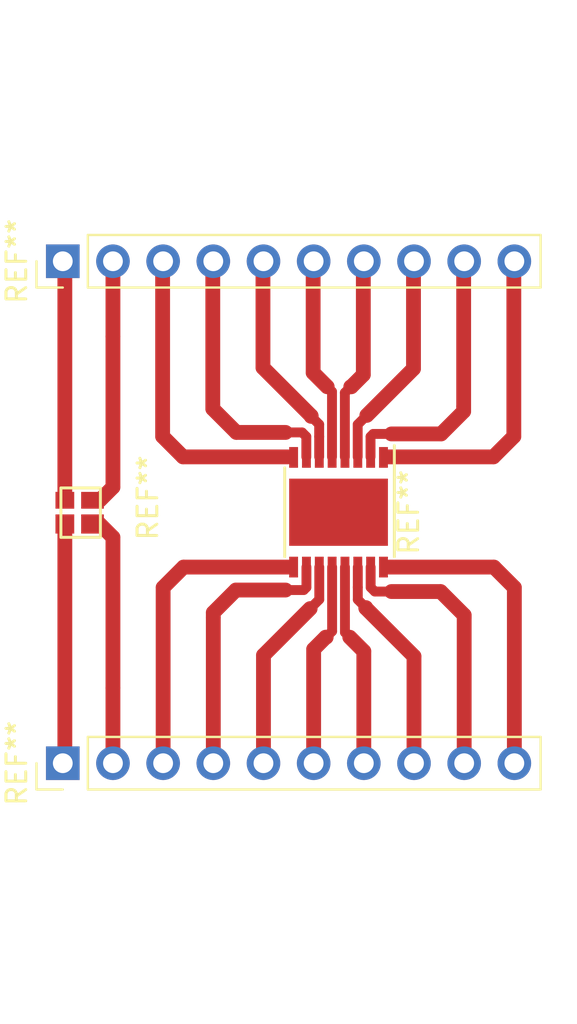
<source format=kicad_pcb>
(kicad_pcb (version 20171130) (host pcbnew "(5.1.5-0-10_14)")

  (general
    (thickness 1.6)
    (drawings 0)
    (tracks 94)
    (zones 0)
    (modules 4)
    (nets 1)
  )

  (page A4)
  (layers
    (0 F.Cu signal)
    (31 B.Cu signal)
    (32 B.Adhes user)
    (33 F.Adhes user)
    (34 B.Paste user)
    (35 F.Paste user)
    (36 B.SilkS user)
    (37 F.SilkS user)
    (38 B.Mask user)
    (39 F.Mask user)
    (40 Dwgs.User user)
    (41 Cmts.User user)
    (42 Eco1.User user)
    (43 Eco2.User user)
    (44 Edge.Cuts user)
    (45 Margin user)
    (46 B.CrtYd user)
    (47 F.CrtYd user)
    (48 B.Fab user)
    (49 F.Fab user)
  )

  (setup
    (last_trace_width 0.75)
    (user_trace_width 0.3)
    (user_trace_width 0.4)
    (user_trace_width 0.5)
    (user_trace_width 0.75)
    (user_trace_width 1)
    (trace_clearance 0.2)
    (zone_clearance 0.508)
    (zone_45_only no)
    (trace_min 0.2)
    (via_size 0.8)
    (via_drill 0.4)
    (via_min_size 0.4)
    (via_min_drill 0.3)
    (uvia_size 0.3)
    (uvia_drill 0.1)
    (uvias_allowed no)
    (uvia_min_size 0.2)
    (uvia_min_drill 0.1)
    (edge_width 0.05)
    (segment_width 0.2)
    (pcb_text_width 0.3)
    (pcb_text_size 1.5 1.5)
    (mod_edge_width 0.12)
    (mod_text_size 1 1)
    (mod_text_width 0.15)
    (pad_size 1.524 1.524)
    (pad_drill 0.762)
    (pad_to_mask_clearance 0.051)
    (solder_mask_min_width 0.25)
    (aux_axis_origin 0 0)
    (visible_elements FFFFFF7F)
    (pcbplotparams
      (layerselection 0x01000_7fffffff)
      (usegerberextensions false)
      (usegerberattributes false)
      (usegerberadvancedattributes false)
      (creategerberjobfile false)
      (excludeedgelayer true)
      (linewidth 0.100000)
      (plotframeref false)
      (viasonmask false)
      (mode 1)
      (useauxorigin false)
      (hpglpennumber 1)
      (hpglpenspeed 20)
      (hpglpendiameter 15.000000)
      (psnegative false)
      (psa4output false)
      (plotreference true)
      (plotvalue true)
      (plotinvisibletext false)
      (padsonsilk false)
      (subtractmaskfromsilk false)
      (outputformat 5)
      (mirror false)
      (drillshape 0)
      (scaleselection 1)
      (outputdirectory "../../../../../../Desktop/"))
  )

  (net 0 "")

  (net_class Default "This is the default net class."
    (clearance 0.2)
    (trace_width 0.25)
    (via_dia 0.8)
    (via_drill 0.4)
    (uvia_dia 0.3)
    (uvia_drill 0.1)
  )

  (module Connector_PinHeader_2.54mm:PinHeader_1x10_P2.54mm_Vertical (layer F.Cu) (tedit 59FED5CC) (tstamp 5E1BC435)
    (at 146.685 76.2 90)
    (descr "Through hole straight pin header, 1x10, 2.54mm pitch, single row")
    (tags "Through hole pin header THT 1x10 2.54mm single row")
    (fp_text reference REF** (at 0 -2.33 90) (layer F.SilkS)
      (effects (font (size 1 1) (thickness 0.15)))
    )
    (fp_text value PinHeader_1x10_P2.54mm_Vertical (at 0 25.19 90) (layer F.Fab)
      (effects (font (size 1 1) (thickness 0.15)))
    )
    (fp_line (start -0.635 -1.27) (end 1.27 -1.27) (layer F.Fab) (width 0.1))
    (fp_line (start 1.27 -1.27) (end 1.27 24.13) (layer F.Fab) (width 0.1))
    (fp_line (start 1.27 24.13) (end -1.27 24.13) (layer F.Fab) (width 0.1))
    (fp_line (start -1.27 24.13) (end -1.27 -0.635) (layer F.Fab) (width 0.1))
    (fp_line (start -1.27 -0.635) (end -0.635 -1.27) (layer F.Fab) (width 0.1))
    (fp_line (start -1.33 24.19) (end 1.33 24.19) (layer F.SilkS) (width 0.12))
    (fp_line (start -1.33 1.27) (end -1.33 24.19) (layer F.SilkS) (width 0.12))
    (fp_line (start 1.33 1.27) (end 1.33 24.19) (layer F.SilkS) (width 0.12))
    (fp_line (start -1.33 1.27) (end 1.33 1.27) (layer F.SilkS) (width 0.12))
    (fp_line (start -1.33 0) (end -1.33 -1.33) (layer F.SilkS) (width 0.12))
    (fp_line (start -1.33 -1.33) (end 0 -1.33) (layer F.SilkS) (width 0.12))
    (fp_line (start -1.8 -1.8) (end -1.8 24.65) (layer F.CrtYd) (width 0.05))
    (fp_line (start -1.8 24.65) (end 1.8 24.65) (layer F.CrtYd) (width 0.05))
    (fp_line (start 1.8 24.65) (end 1.8 -1.8) (layer F.CrtYd) (width 0.05))
    (fp_line (start 1.8 -1.8) (end -1.8 -1.8) (layer F.CrtYd) (width 0.05))
    (fp_text user %R (at 0 11.43) (layer F.Fab)
      (effects (font (size 1 1) (thickness 0.15)))
    )
    (pad 1 thru_hole rect (at 0 0 90) (size 1.7 1.7) (drill 1) (layers *.Cu *.Mask))
    (pad 2 thru_hole oval (at 0 2.54 90) (size 1.7 1.7) (drill 1) (layers *.Cu *.Mask))
    (pad 3 thru_hole oval (at 0 5.08 90) (size 1.7 1.7) (drill 1) (layers *.Cu *.Mask))
    (pad 4 thru_hole oval (at 0 7.62 90) (size 1.7 1.7) (drill 1) (layers *.Cu *.Mask))
    (pad 5 thru_hole oval (at 0 10.16 90) (size 1.7 1.7) (drill 1) (layers *.Cu *.Mask))
    (pad 6 thru_hole oval (at 0 12.7 90) (size 1.7 1.7) (drill 1) (layers *.Cu *.Mask))
    (pad 7 thru_hole oval (at 0 15.24 90) (size 1.7 1.7) (drill 1) (layers *.Cu *.Mask))
    (pad 8 thru_hole oval (at 0 17.78 90) (size 1.7 1.7) (drill 1) (layers *.Cu *.Mask))
    (pad 9 thru_hole oval (at 0 20.32 90) (size 1.7 1.7) (drill 1) (layers *.Cu *.Mask))
    (pad 10 thru_hole oval (at 0 22.86 90) (size 1.7 1.7) (drill 1) (layers *.Cu *.Mask))
    (model ${KISYS3DMOD}/Connector_PinHeader_2.54mm.3dshapes/PinHeader_1x10_P2.54mm_Vertical.wrl
      (at (xyz 0 0 0))
      (scale (xyz 1 1 1))
      (rotate (xyz 0 0 0))
    )
  )

  (module Connector_PinHeader_2.54mm:PinHeader_1x10_P2.54mm_Vertical (layer F.Cu) (tedit 59FED5CC) (tstamp 5E1BC416)
    (at 146.685 50.8 90)
    (descr "Through hole straight pin header, 1x10, 2.54mm pitch, single row")
    (tags "Through hole pin header THT 1x10 2.54mm single row")
    (fp_text reference REF** (at 0 -2.33 90) (layer F.SilkS)
      (effects (font (size 1 1) (thickness 0.15)))
    )
    (fp_text value PinHeader_1x10_P2.54mm_Vertical (at 0 25.19 90) (layer F.Fab)
      (effects (font (size 1 1) (thickness 0.15)))
    )
    (fp_text user %R (at 0 11.43) (layer F.Fab)
      (effects (font (size 1 1) (thickness 0.15)))
    )
    (fp_line (start 1.8 -1.8) (end -1.8 -1.8) (layer F.CrtYd) (width 0.05))
    (fp_line (start 1.8 24.65) (end 1.8 -1.8) (layer F.CrtYd) (width 0.05))
    (fp_line (start -1.8 24.65) (end 1.8 24.65) (layer F.CrtYd) (width 0.05))
    (fp_line (start -1.8 -1.8) (end -1.8 24.65) (layer F.CrtYd) (width 0.05))
    (fp_line (start -1.33 -1.33) (end 0 -1.33) (layer F.SilkS) (width 0.12))
    (fp_line (start -1.33 0) (end -1.33 -1.33) (layer F.SilkS) (width 0.12))
    (fp_line (start -1.33 1.27) (end 1.33 1.27) (layer F.SilkS) (width 0.12))
    (fp_line (start 1.33 1.27) (end 1.33 24.19) (layer F.SilkS) (width 0.12))
    (fp_line (start -1.33 1.27) (end -1.33 24.19) (layer F.SilkS) (width 0.12))
    (fp_line (start -1.33 24.19) (end 1.33 24.19) (layer F.SilkS) (width 0.12))
    (fp_line (start -1.27 -0.635) (end -0.635 -1.27) (layer F.Fab) (width 0.1))
    (fp_line (start -1.27 24.13) (end -1.27 -0.635) (layer F.Fab) (width 0.1))
    (fp_line (start 1.27 24.13) (end -1.27 24.13) (layer F.Fab) (width 0.1))
    (fp_line (start 1.27 -1.27) (end 1.27 24.13) (layer F.Fab) (width 0.1))
    (fp_line (start -0.635 -1.27) (end 1.27 -1.27) (layer F.Fab) (width 0.1))
    (pad 10 thru_hole oval (at 0 22.86 90) (size 1.7 1.7) (drill 1) (layers *.Cu *.Mask))
    (pad 9 thru_hole oval (at 0 20.32 90) (size 1.7 1.7) (drill 1) (layers *.Cu *.Mask))
    (pad 8 thru_hole oval (at 0 17.78 90) (size 1.7 1.7) (drill 1) (layers *.Cu *.Mask))
    (pad 7 thru_hole oval (at 0 15.24 90) (size 1.7 1.7) (drill 1) (layers *.Cu *.Mask))
    (pad 6 thru_hole oval (at 0 12.7 90) (size 1.7 1.7) (drill 1) (layers *.Cu *.Mask))
    (pad 5 thru_hole oval (at 0 10.16 90) (size 1.7 1.7) (drill 1) (layers *.Cu *.Mask))
    (pad 4 thru_hole oval (at 0 7.62 90) (size 1.7 1.7) (drill 1) (layers *.Cu *.Mask))
    (pad 3 thru_hole oval (at 0 5.08 90) (size 1.7 1.7) (drill 1) (layers *.Cu *.Mask))
    (pad 2 thru_hole oval (at 0 2.54 90) (size 1.7 1.7) (drill 1) (layers *.Cu *.Mask))
    (pad 1 thru_hole rect (at 0 0 90) (size 1.7 1.7) (drill 1) (layers *.Cu *.Mask))
    (model ${KISYS3DMOD}/Connector_PinHeader_2.54mm.3dshapes/PinHeader_1x10_P2.54mm_Vertical.wrl
      (at (xyz 0 0 0))
      (scale (xyz 1 1 1))
      (rotate (xyz 0 0 0))
    )
  )

  (module Package_SO:HTSSOP-16-1EP_4.4x5mm_P0.65mm_EP3.4x5mm (layer F.Cu) (tedit 5A6710BF) (tstamp 5E1BBDE0)
    (at 160.645 63.5 270)
    (descr "16-Lead Plastic HTSSOP (4.4x5x1.2mm); Thermal pad; (http://www.ti.com/lit/ds/symlink/drv8833.pdf)")
    (tags "SSOP 0.65")
    (attr smd)
    (fp_text reference REF** (at 0 -3.55 90) (layer F.SilkS)
      (effects (font (size 1 1) (thickness 0.15)))
    )
    (fp_text value HTSSOP-16-1EP_4.4x5mm_P0.65mm_EP3.4x5mm (at 0 3.55 90) (layer F.Fab)
      (effects (font (size 1 1) (thickness 0.15)))
    )
    (fp_line (start -3.375 -2.825) (end 2.25 -2.825) (layer F.SilkS) (width 0.15))
    (fp_line (start -2.25 2.725) (end 2.25 2.725) (layer F.SilkS) (width 0.15))
    (fp_line (start -3.5 2.8) (end 3.5 2.8) (layer F.CrtYd) (width 0.05))
    (fp_line (start -3.5 -2.9) (end 3.5 -2.9) (layer F.CrtYd) (width 0.05))
    (fp_line (start 3.5 -2.9) (end 3.5 2.8) (layer F.CrtYd) (width 0.05))
    (fp_line (start -3.5 -2.9) (end -3.5 2.8) (layer F.CrtYd) (width 0.05))
    (fp_line (start -2.2 -1.5) (end -1.2 -2.5) (layer F.Fab) (width 0.15))
    (fp_line (start -2.2 2.5) (end -2.2 -1.5) (layer F.Fab) (width 0.15))
    (fp_line (start 2.2 2.5) (end -2.2 2.5) (layer F.Fab) (width 0.15))
    (fp_line (start 2.2 -2.5) (end 2.2 2.5) (layer F.Fab) (width 0.15))
    (fp_line (start -1.2 -2.5) (end 2.2 -2.5) (layer F.Fab) (width 0.15))
    (fp_text user %R (at 0 0 90) (layer F.Fab)
      (effects (font (size 1 1) (thickness 0.15)))
    )
    (pad "" smd rect (at -1.1334 1.875 270) (size 0.88 1.05) (layers F.Paste))
    (pad "" smd rect (at 0 1.875 270) (size 0.88 1.05) (layers F.Paste))
    (pad "" smd rect (at 1.1334 1.875 270) (size 0.88 1.05) (layers F.Paste))
    (pad "" smd rect (at -1.1334 0.625 270) (size 0.88 1.05) (layers F.Paste))
    (pad "" smd rect (at 0 0.625 270) (size 0.88 1.05) (layers F.Paste))
    (pad "" smd rect (at 1.1334 0.625 270) (size 0.88 1.05) (layers F.Paste))
    (pad "" smd rect (at -1.1334 -0.625 270) (size 0.88 1.05) (layers F.Paste))
    (pad "" smd rect (at 0 -0.625 270) (size 0.88 1.05) (layers F.Paste))
    (pad "" smd rect (at 1.1334 -0.625 270) (size 0.88 1.05) (layers F.Paste))
    (pad "" smd rect (at 1.1334 -1.875 270) (size 0.88 1.05) (layers F.Paste))
    (pad "" smd rect (at 0 -1.875 270) (size 0.88 1.05) (layers F.Paste))
    (pad "" smd rect (at -1.1334 -1.875 270) (size 0.88 1.05) (layers F.Paste))
    (pad 17 smd rect (at 0 0 270) (size 3.4 5) (layers F.Cu F.Mask))
    (pad 16 smd rect (at 2.775 -2.275 270) (size 1.05 0.45) (layers F.Cu F.Paste F.Mask))
    (pad 15 smd rect (at 2.775 -1.625 270) (size 1.05 0.45) (layers F.Cu F.Paste F.Mask))
    (pad 14 smd rect (at 2.775 -0.975 270) (size 1.05 0.45) (layers F.Cu F.Paste F.Mask))
    (pad 13 smd rect (at 2.775 -0.325 270) (size 1.05 0.45) (layers F.Cu F.Paste F.Mask))
    (pad 12 smd rect (at 2.775 0.325 270) (size 1.05 0.45) (layers F.Cu F.Paste F.Mask))
    (pad 11 smd rect (at 2.775 0.975 270) (size 1.05 0.45) (layers F.Cu F.Paste F.Mask))
    (pad 10 smd rect (at 2.775 1.625 270) (size 1.05 0.45) (layers F.Cu F.Paste F.Mask))
    (pad 9 smd rect (at 2.775 2.275 270) (size 1.05 0.45) (layers F.Cu F.Paste F.Mask))
    (pad 8 smd rect (at -2.775 2.275 270) (size 1.05 0.45) (layers F.Cu F.Paste F.Mask))
    (pad 7 smd rect (at -2.775 1.625 270) (size 1.05 0.45) (layers F.Cu F.Paste F.Mask))
    (pad 6 smd rect (at -2.775 0.975 270) (size 1.05 0.45) (layers F.Cu F.Paste F.Mask))
    (pad 5 smd rect (at -2.775 0.325 270) (size 1.05 0.45) (layers F.Cu F.Paste F.Mask))
    (pad 4 smd rect (at -2.775 -0.325 270) (size 1.05 0.45) (layers F.Cu F.Paste F.Mask))
    (pad 3 smd rect (at -2.775 -0.975 270) (size 1.05 0.45) (layers F.Cu F.Paste F.Mask))
    (pad 2 smd rect (at -2.775 -1.625 270) (size 1.05 0.45) (layers F.Cu F.Paste F.Mask))
    (pad 1 smd rect (at -2.775 -2.275 270) (size 1.05 0.45) (layers F.Cu F.Paste F.Mask))
    (model ${KISYS3DMOD}/Package_SO.3dshapes/TSSOP-16-1EP_4.4x5mm_Pitch0.65mm_EP3.4x5mm.wrl
      (at (xyz 0 0 0))
      (scale (xyz 1 1 1))
      (rotate (xyz 0 0 0))
    )
  )

  (module stephen:VCNT2020 (layer F.Cu) (tedit 5DE96702) (tstamp 5E1BBB47)
    (at 148.59 64.77 90)
    (fp_text reference REF** (at 2 2.4 90) (layer F.SilkS)
      (effects (font (size 1 1) (thickness 0.15)))
    )
    (fp_text value VCNT2020 (at 3.625 1 90) (layer F.Fab)
      (effects (font (size 1 1) (thickness 0.15)))
    )
    (fp_line (start 0 0) (end 2.5 0) (layer F.SilkS) (width 0.15))
    (fp_line (start 0 -2) (end 0 0) (layer F.SilkS) (width 0.15))
    (fp_line (start 2.5 -2) (end 0 -2) (layer F.SilkS) (width 0.15))
    (fp_line (start 2.5 0) (end 2.5 -2) (layer F.SilkS) (width 0.15))
    (pad 4 smd rect (at 1.875 -0.4 90) (size 0.85 1.15) (layers F.Cu F.Paste F.Mask))
    (pad 3 smd rect (at 1.875 -1.8 270) (size 0.85 0.95) (layers F.Cu F.Paste F.Mask))
    (pad 2 smd rect (at 0.675 -0.4 90) (size 0.97 1.15) (layers F.Cu F.Paste F.Mask))
    (pad 1 smd rect (at 0.675 -1.8 90) (size 0.97 0.95) (layers F.Cu F.Paste F.Mask))
  )

  (segment (start 148.19 62.895) (end 148.56 62.895) (width 0.5) (layer F.Cu) (net 0))
  (segment (start 148.19 64.095) (end 148.55 64.095) (width 0.5) (layer F.Cu) (net 0))
  (segment (start 149.225 62.23) (end 149.225 54.61) (width 0.75) (layer F.Cu) (net 0))
  (segment (start 148.56 62.895) (end 149.225 62.23) (width 0.75) (layer F.Cu) (net 0))
  (segment (start 149.225 64.77) (end 149.225 72.39) (width 0.75) (layer F.Cu) (net 0))
  (segment (start 148.55 64.095) (end 149.225 64.77) (width 0.75) (layer F.Cu) (net 0))
  (segment (start 146.79 50.905) (end 146.685 50.8) (width 0.75) (layer F.Cu) (net 0))
  (segment (start 146.79 62.895) (end 146.79 50.905) (width 0.75) (layer F.Cu) (net 0))
  (segment (start 149.225 54.61) (end 149.225 50.8) (width 0.75) (layer F.Cu) (net 0))
  (segment (start 146.79 76.095) (end 146.685 76.2) (width 0.75) (layer F.Cu) (net 0))
  (segment (start 146.79 64.095) (end 146.79 76.095) (width 0.75) (layer F.Cu) (net 0))
  (segment (start 149.225 72.39) (end 149.225 76.2) (width 0.75) (layer F.Cu) (net 0))
  (segment (start 152.8 66.275) (end 151.765 67.31) (width 0.75) (layer F.Cu) (net 0))
  (segment (start 151.765 67.31) (end 151.765 76.2) (width 0.75) (layer F.Cu) (net 0))
  (segment (start 169.545 76.2) (end 169.545 67.31) (width 0.75) (layer F.Cu) (net 0))
  (segment (start 169.545 67.31) (end 168.529 66.294) (width 0.75) (layer F.Cu) (net 0))
  (segment (start 168.51 66.275) (end 163.214 66.275) (width 0.75) (layer F.Cu) (net 0))
  (segment (start 168.529 66.294) (end 168.51 66.275) (width 0.75) (layer F.Cu) (net 0))
  (segment (start 152.8 66.275) (end 158.096 66.275) (width 0.75) (layer F.Cu) (net 0))
  (segment (start 162.27 67.3) (end 162.4832 67.5132) (width 0.5) (layer F.Cu) (net 0))
  (segment (start 162.27 66.275) (end 162.27 67.3) (width 0.5) (layer F.Cu) (net 0))
  (segment (start 162.4832 67.5132) (end 163.322 67.5132) (width 0.5) (layer F.Cu) (net 0))
  (segment (start 161.62 67.3) (end 161.6202 67.3002) (width 0.5) (layer F.Cu) (net 0))
  (segment (start 161.62 66.275) (end 161.62 67.3) (width 0.5) (layer F.Cu) (net 0))
  (segment (start 161.6202 67.3002) (end 161.6202 67.9196) (width 0.5) (layer F.Cu) (net 0))
  (segment (start 161.6202 67.9196) (end 162.0266 68.326) (width 0.5) (layer F.Cu) (net 0))
  (segment (start 167.005 68.707) (end 167.005 68.834) (width 0.75) (layer F.Cu) (net 0))
  (segment (start 165.8112 67.5132) (end 167.005 68.707) (width 0.75) (layer F.Cu) (net 0))
  (segment (start 167.005 68.834) (end 167.005 76.2) (width 0.75) (layer F.Cu) (net 0))
  (segment (start 163.322 67.5132) (end 165.8112 67.5132) (width 0.75) (layer F.Cu) (net 0))
  (segment (start 162.0266 68.326) (end 162.0266 68.3514) (width 0.75) (layer F.Cu) (net 0))
  (segment (start 162.0266 68.3514) (end 164.465 70.7898) (width 0.75) (layer F.Cu) (net 0))
  (segment (start 164.465 70.7898) (end 164.465 76.2) (width 0.75) (layer F.Cu) (net 0))
  (segment (start 161.925 76.2) (end 161.925 70.5358) (width 0.75) (layer F.Cu) (net 0))
  (segment (start 160.02 69.8246) (end 159.9946 69.8246) (width 0.75) (layer F.Cu) (net 0))
  (segment (start 159.9946 69.8246) (end 159.385 70.4342) (width 0.75) (layer F.Cu) (net 0))
  (segment (start 159.385 70.4342) (end 159.385 76.2) (width 0.75) (layer F.Cu) (net 0))
  (segment (start 159.02 67.3) (end 158.883 67.437) (width 0.5) (layer F.Cu) (net 0))
  (segment (start 159.02 66.275) (end 159.02 67.3) (width 0.5) (layer F.Cu) (net 0))
  (segment (start 158.883 67.437) (end 157.9626 67.437) (width 0.5) (layer F.Cu) (net 0))
  (segment (start 159.67 66.275) (end 159.67 67.914) (width 0.5) (layer F.Cu) (net 0))
  (segment (start 159.67 67.914) (end 159.2072 68.3768) (width 0.5) (layer F.Cu) (net 0))
  (segment (start 154.305 68.58) (end 154.305 68.834) (width 0.75) (layer F.Cu) (net 0))
  (segment (start 154.305 68.834) (end 154.305 76.2) (width 0.75) (layer F.Cu) (net 0))
  (segment (start 155.448 67.437) (end 154.305 68.58) (width 0.75) (layer F.Cu) (net 0))
  (segment (start 157.9626 67.437) (end 155.448 67.437) (width 0.75) (layer F.Cu) (net 0))
  (segment (start 159.2072 68.3768) (end 156.845 70.739) (width 0.75) (layer F.Cu) (net 0))
  (segment (start 156.845 70.739) (end 156.845 76.2) (width 0.75) (layer F.Cu) (net 0))
  (segment (start 161.925 70.5358) (end 161.2138 69.8246) (width 0.75) (layer F.Cu) (net 0))
  (segment (start 160.97 69.5808) (end 161.2138 69.8246) (width 0.5) (layer F.Cu) (net 0))
  (segment (start 160.32 69.5246) (end 160.02 69.8246) (width 0.5) (layer F.Cu) (net 0))
  (segment (start 160.32 66.275) (end 160.32 69.5246) (width 0.5) (layer F.Cu) (net 0))
  (segment (start 160.97 66.275) (end 160.97 69.5808) (width 0.5) (layer F.Cu) (net 0))
  (segment (start 164.4396 56.2356) (end 164.4396 50.7746) (width 0.75) (layer F.Cu) (net 0) (tstamp 5E1BC927))
  (segment (start 162.0774 58.5978) (end 164.4396 56.2356) (width 0.75) (layer F.Cu) (net 0) (tstamp 5E1BC928))
  (segment (start 159.6644 59.055) (end 159.258 58.6486) (width 0.5) (layer F.Cu) (net 0) (tstamp 5E1BC929))
  (segment (start 160.9646 57.45) (end 161.2646 57.15) (width 0.5) (layer F.Cu) (net 0) (tstamp 5E1BC92A))
  (segment (start 161.6146 59.0606) (end 162.0774 58.5978) (width 0.5) (layer F.Cu) (net 0) (tstamp 5E1BC92B))
  (segment (start 159.6644 59.6744) (end 159.6644 59.055) (width 0.5) (layer F.Cu) (net 0) (tstamp 5E1BC92C))
  (segment (start 162.2646 59.6746) (end 162.4016 59.5376) (width 0.5) (layer F.Cu) (net 0) (tstamp 5E1BC92D))
  (segment (start 162.2646 60.6996) (end 162.2646 59.6746) (width 0.5) (layer F.Cu) (net 0) (tstamp 5E1BC92E))
  (segment (start 160.9646 60.6996) (end 160.9646 57.45) (width 0.5) (layer F.Cu) (net 0) (tstamp 5E1BC92F))
  (segment (start 168.4846 60.6996) (end 169.5196 59.6646) (width 0.75) (layer F.Cu) (net 0) (tstamp 5E1BC930))
  (segment (start 156.8196 56.1848) (end 156.8196 50.7746) (width 0.75) (layer F.Cu) (net 0) (tstamp 5E1BC931))
  (segment (start 169.5196 59.6646) (end 169.5196 50.7746) (width 0.75) (layer F.Cu) (net 0) (tstamp 5E1BC932))
  (segment (start 168.4846 60.6996) (end 163.1886 60.6996) (width 0.75) (layer F.Cu) (net 0) (tstamp 5E1BC933))
  (segment (start 154.2796 58.1406) (end 154.2796 50.7746) (width 0.75) (layer F.Cu) (net 0) (tstamp 5E1BC934))
  (segment (start 155.4734 59.4614) (end 154.2796 58.2676) (width 0.75) (layer F.Cu) (net 0) (tstamp 5E1BC935))
  (segment (start 159.0146 60.6996) (end 159.0146 59.6746) (width 0.5) (layer F.Cu) (net 0) (tstamp 5E1BC936))
  (segment (start 163.322 59.5376) (end 165.8366 59.5376) (width 0.75) (layer F.Cu) (net 0) (tstamp 5E1BC937))
  (segment (start 166.9796 58.1406) (end 166.9796 50.7746) (width 0.75) (layer F.Cu) (net 0) (tstamp 5E1BC938))
  (segment (start 165.8366 59.5376) (end 166.9796 58.3946) (width 0.75) (layer F.Cu) (net 0) (tstamp 5E1BC939))
  (segment (start 159.258 58.6232) (end 156.8196 56.1848) (width 0.75) (layer F.Cu) (net 0) (tstamp 5E1BC93A))
  (segment (start 154.2796 58.2676) (end 154.2796 58.1406) (width 0.75) (layer F.Cu) (net 0) (tstamp 5E1BC93B))
  (segment (start 166.9796 58.3946) (end 166.9796 58.1406) (width 0.75) (layer F.Cu) (net 0) (tstamp 5E1BC93C))
  (segment (start 157.9626 59.4614) (end 155.4734 59.4614) (width 0.75) (layer F.Cu) (net 0) (tstamp 5E1BC93D))
  (segment (start 159.0146 59.6746) (end 158.8014 59.4614) (width 0.5) (layer F.Cu) (net 0) (tstamp 5E1BC93E))
  (segment (start 161.6146 60.6996) (end 161.6146 59.0606) (width 0.5) (layer F.Cu) (net 0) (tstamp 5E1BC93F))
  (segment (start 160.3146 57.3938) (end 160.0708 57.15) (width 0.5) (layer F.Cu) (net 0) (tstamp 5E1BC940))
  (segment (start 160.3146 60.6996) (end 160.3146 57.3938) (width 0.5) (layer F.Cu) (net 0) (tstamp 5E1BC941))
  (segment (start 159.3596 50.7746) (end 159.3596 56.4388) (width 0.75) (layer F.Cu) (net 0) (tstamp 5E1BC942))
  (segment (start 161.8996 56.5404) (end 161.8996 50.7746) (width 0.75) (layer F.Cu) (net 0) (tstamp 5E1BC943))
  (segment (start 159.3596 56.4388) (end 160.0708 57.15) (width 0.75) (layer F.Cu) (net 0) (tstamp 5E1BC944))
  (segment (start 161.29 57.15) (end 161.8996 56.5404) (width 0.75) (layer F.Cu) (net 0) (tstamp 5E1BC945))
  (segment (start 151.7396 59.6646) (end 152.7556 60.6806) (width 0.75) (layer F.Cu) (net 0) (tstamp 5E1BC946))
  (segment (start 151.7396 50.7746) (end 151.7396 59.6646) (width 0.75) (layer F.Cu) (net 0) (tstamp 5E1BC947))
  (segment (start 159.258 58.6486) (end 159.258 58.6232) (width 0.75) (layer F.Cu) (net 0) (tstamp 5E1BC948))
  (segment (start 162.4016 59.5376) (end 163.322 59.5376) (width 0.5) (layer F.Cu) (net 0) (tstamp 5E1BC949))
  (segment (start 158.8014 59.4614) (end 157.9626 59.4614) (width 0.5) (layer F.Cu) (net 0) (tstamp 5E1BC94A))
  (segment (start 159.6646 60.6996) (end 159.6646 59.6746) (width 0.5) (layer F.Cu) (net 0) (tstamp 5E1BC94B))
  (segment (start 159.6646 59.6746) (end 159.6644 59.6744) (width 0.5) (layer F.Cu) (net 0) (tstamp 5E1BC94C))
  (segment (start 152.7556 60.6806) (end 152.7746 60.6996) (width 0.75) (layer F.Cu) (net 0) (tstamp 5E1BC94D))
  (segment (start 152.7746 60.6996) (end 158.0706 60.6996) (width 0.75) (layer F.Cu) (net 0) (tstamp 5E1BC94E))
  (segment (start 161.2646 57.15) (end 161.29 57.15) (width 0.75) (layer F.Cu) (net 0) (tstamp 5E1BC94F))

)

</source>
